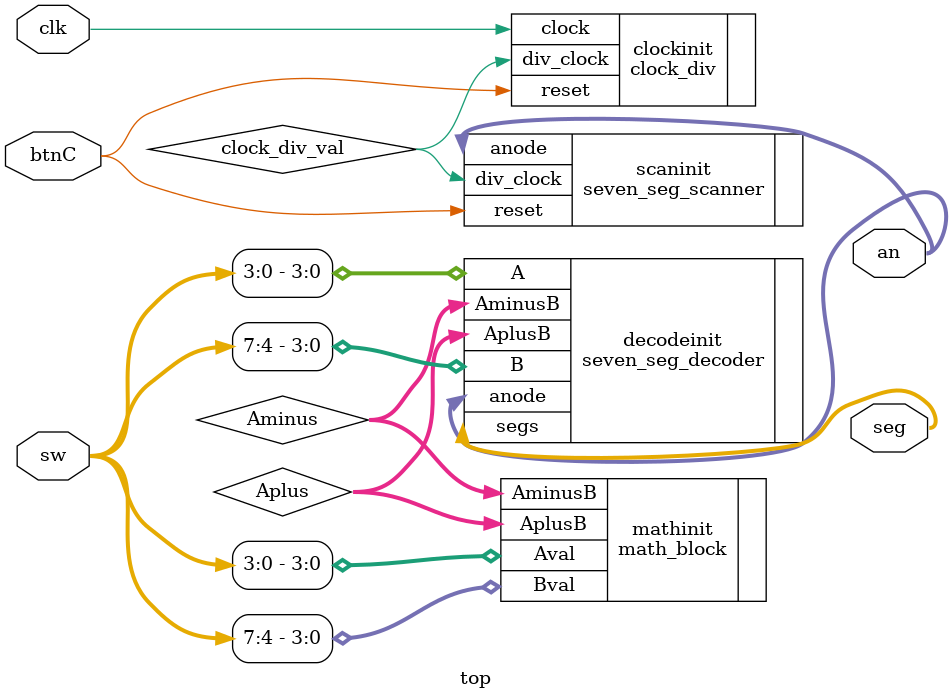
<source format=v>
module top
#(
    parameter DIVIDE_BY = 17 // Use this when passing in to your clock div!
    // The test bench will set it appropriately for testing
)
(
    input [7:0] sw, // A and B
    input clk, // 100 MHz board clock
    input btnC, // Reset
    output [3:0] an, // 7seg anodes
    output [6:0] seg // 7seg segments
);

    // Instantiate the clock divider...
    wire clock_div_val;
    
    clock_div #(.DIVIDE_BY(DIVIDE_BY))clockinit( //# needed for testing changes
        .clock(clk),
        .reset(btnC),
        .div_clock(clock_div_val)
    );
    
    // ... wire it up to the scanner
    seven_seg_scanner scaninit(
        .div_clock(clock_div_val),
        .reset(btnC),
        .anode(an[3:0])
    );
    // ... wire the scanner to the decoder
    seven_seg_decoder decodeinit(
        .A(sw[3:0]),
        .B(sw[7:4]),
        .AplusB(Aplus[3:0]),
        .AminusB(Aminus[3:0]),
        .anode(an[3:0]),
        .segs(seg[6:0])
    );
    // Wire up the math block into the decoder
wire [3:0]Aplus;
wire[3:0]Aminus;

    math_block mathinit(
        .Aval(sw[3:0]),
        .Bval(sw[7:4]),
        .AplusB(Aplus[3:0]),
        .AminusB(Aminus[3:0])
    );

    // Do not forget to wire up resets!!

endmodule
</source>
